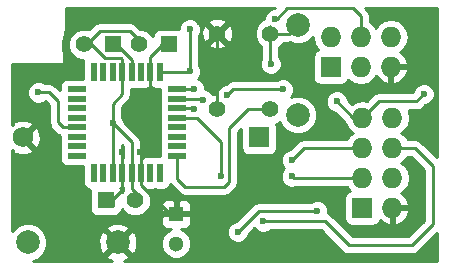
<source format=gbr>
G04 #@! TF.FileFunction,Copper,L1,Top,Signal*
%FSLAX46Y46*%
G04 Gerber Fmt 4.6, Leading zero omitted, Abs format (unit mm)*
G04 Created by KiCad (PCBNEW 4.0.2-4+6225~38~ubuntu14.04.1-stable) date Sun 10 Apr 2016 19:44:50 CEST*
%MOMM*%
G01*
G04 APERTURE LIST*
%ADD10C,0.100000*%
%ADD11R,1.400000X1.400000*%
%ADD12C,1.400000*%
%ADD13R,1.727200X1.727200*%
%ADD14O,1.727200X1.727200*%
%ADD15R,1.300000X1.300000*%
%ADD16C,1.300000*%
%ADD17R,0.550000X1.600000*%
%ADD18R,1.600000X0.550000*%
%ADD19C,1.397000*%
%ADD20C,1.998980*%
%ADD21C,1.727200*%
%ADD22C,0.600000*%
%ADD23C,0.250000*%
%ADD24C,0.254000*%
G04 APERTURE END LIST*
D10*
D11*
X141728000Y-99314000D03*
D12*
X139228000Y-99314000D03*
D11*
X137029000Y-99314000D03*
D12*
X134529000Y-99314000D03*
D11*
X136402000Y-112522000D03*
D12*
X138902000Y-112522000D03*
D13*
X158115000Y-113157000D03*
D14*
X160655000Y-113157000D03*
X158115000Y-110617000D03*
X160655000Y-110617000D03*
X158115000Y-108077000D03*
X160655000Y-108077000D03*
X158115000Y-105537000D03*
X160655000Y-105537000D03*
D15*
X142367000Y-113665000D03*
D16*
X142367000Y-116165000D03*
D17*
X135376000Y-110168000D03*
X136176000Y-110168000D03*
X136976000Y-110168000D03*
X137776000Y-110168000D03*
X138576000Y-110168000D03*
X139376000Y-110168000D03*
X140176000Y-110168000D03*
X140976000Y-110168000D03*
D18*
X142426000Y-108718000D03*
X142426000Y-107918000D03*
X142426000Y-107118000D03*
X142426000Y-106318000D03*
X142426000Y-105518000D03*
X142426000Y-104718000D03*
X142426000Y-103918000D03*
X142426000Y-103118000D03*
D17*
X140976000Y-101668000D03*
X140176000Y-101668000D03*
X139376000Y-101668000D03*
X138576000Y-101668000D03*
X137776000Y-101668000D03*
X136976000Y-101668000D03*
X136176000Y-101668000D03*
X135376000Y-101668000D03*
D18*
X133926000Y-103118000D03*
X133926000Y-103918000D03*
X133926000Y-104718000D03*
X133926000Y-105518000D03*
X133926000Y-106318000D03*
X133926000Y-107118000D03*
X133926000Y-107918000D03*
X133926000Y-108718000D03*
D13*
X155448000Y-101219000D03*
D14*
X155448000Y-98679000D03*
X157988000Y-101219000D03*
X157988000Y-98679000D03*
X160528000Y-101219000D03*
X160528000Y-98679000D03*
D19*
X150322000Y-104810000D03*
X145842000Y-104810000D03*
X150322000Y-98390000D03*
X145842000Y-98390000D03*
D20*
X137414000Y-116078000D03*
X129794000Y-116078000D03*
X152654000Y-105283000D03*
X152654000Y-97663000D03*
D13*
X149374000Y-107188000D03*
D21*
X129374000Y-107188000D03*
D22*
X139319000Y-108458000D03*
X137795000Y-108458000D03*
X136976000Y-105988000D03*
X150368000Y-100965000D03*
X152146000Y-110490000D03*
X146177000Y-110490000D03*
X154305000Y-113411000D03*
X147574000Y-115189000D03*
X143891000Y-104775000D03*
X144653000Y-104013000D03*
X149733000Y-114300000D03*
X146685000Y-103632000D03*
X143891000Y-103124000D03*
X151384000Y-103124000D03*
X155956000Y-104140000D03*
X163322000Y-103505000D03*
X150749000Y-97155000D03*
X143510000Y-98044000D03*
X152146000Y-109093000D03*
X143510000Y-101600000D03*
X130683000Y-103378000D03*
D23*
X145842000Y-104810000D02*
X145842000Y-98390000D01*
X137776000Y-110168000D02*
X137776000Y-108477000D01*
X137776000Y-108477000D02*
X137795000Y-108458000D01*
X139319000Y-108458000D02*
X139376000Y-108458000D01*
X139376000Y-108458000D02*
X139319000Y-108458000D01*
X139319000Y-108458000D02*
X139376000Y-108458000D01*
X139376000Y-110168000D02*
X139376000Y-111182000D01*
X139376000Y-111182000D02*
X141859000Y-113665000D01*
X141859000Y-113665000D02*
X142367000Y-113665000D01*
X141097000Y-99314000D02*
X141097000Y-99441000D01*
X141097000Y-99441000D02*
X140176000Y-100362000D01*
X140176000Y-100362000D02*
X140176000Y-101668000D01*
X140176000Y-101668000D02*
X140176000Y-106966000D01*
X140176000Y-106966000D02*
X139376000Y-107766000D01*
X139376000Y-107766000D02*
X139376000Y-108458000D01*
X139376000Y-108458000D02*
X139376000Y-110168000D01*
X137033000Y-113030000D02*
X137033000Y-112395000D01*
X137033000Y-112395000D02*
X137776000Y-111652000D01*
X137776000Y-111652000D02*
X137776000Y-110168000D01*
X138576000Y-107588000D02*
X136976000Y-105988000D01*
X139097000Y-99314000D02*
X139097000Y-98838000D01*
X139097000Y-98838000D02*
X138430000Y-98171000D01*
X135890000Y-98171000D02*
X135160000Y-98901000D01*
X138430000Y-98171000D02*
X135890000Y-98171000D01*
X135160000Y-98901000D02*
X135160000Y-99314000D01*
X138576000Y-110168000D02*
X138576000Y-107588000D01*
X136976000Y-110168000D02*
X136976000Y-105988000D01*
X136976000Y-105988000D02*
X136976000Y-104324000D01*
X137776000Y-103524000D02*
X137776000Y-101668000D01*
X136976000Y-104324000D02*
X137776000Y-103524000D01*
X137776000Y-101668000D02*
X137776000Y-100565000D01*
X136303000Y-100457000D02*
X135160000Y-99314000D01*
X137668000Y-100457000D02*
X136303000Y-100457000D01*
X137776000Y-100565000D02*
X137668000Y-100457000D01*
X139033000Y-113030000D02*
X139033000Y-111982000D01*
X138576000Y-111525000D02*
X138576000Y-110168000D01*
X139033000Y-111982000D02*
X138576000Y-111525000D01*
X138576000Y-101668000D02*
X138576000Y-100603000D01*
X138576000Y-100603000D02*
X137287000Y-99314000D01*
X137287000Y-99314000D02*
X137160000Y-99314000D01*
X150322000Y-104810000D02*
X148428000Y-104810000D01*
X142426000Y-110676000D02*
X142426000Y-108718000D01*
X143129000Y-111379000D02*
X142426000Y-110676000D01*
X146431000Y-111379000D02*
X143129000Y-111379000D01*
X146812000Y-110998000D02*
X146431000Y-111379000D01*
X146812000Y-106426000D02*
X146812000Y-110998000D01*
X148428000Y-104810000D02*
X146812000Y-106426000D01*
X150322000Y-98390000D02*
X150322000Y-100919000D01*
X150322000Y-100919000D02*
X150368000Y-100965000D01*
X150322000Y-98390000D02*
X151927000Y-98390000D01*
X151927000Y-98390000D02*
X152654000Y-97663000D01*
X150322000Y-97744000D02*
X150322000Y-98390000D01*
X152273000Y-110617000D02*
X158115000Y-110617000D01*
X152146000Y-110490000D02*
X152273000Y-110617000D01*
X142426000Y-105518000D02*
X144126000Y-105518000D01*
X146177000Y-107569000D02*
X146177000Y-110490000D01*
X144126000Y-105518000D02*
X146177000Y-107569000D01*
X142426000Y-104718000D02*
X143834000Y-104718000D01*
X149352000Y-113411000D02*
X154305000Y-113411000D01*
X147574000Y-115189000D02*
X149352000Y-113411000D01*
X143834000Y-104718000D02*
X143891000Y-104775000D01*
X154940000Y-114300000D02*
X149733000Y-114300000D01*
X160655000Y-108077000D02*
X162560000Y-108077000D01*
X164084000Y-109601000D02*
X162560000Y-108077000D01*
X164084000Y-114554000D02*
X164084000Y-109601000D01*
X162306000Y-116332000D02*
X164084000Y-114554000D01*
X156972000Y-116332000D02*
X162306000Y-116332000D01*
X154940000Y-114300000D02*
X156972000Y-116332000D01*
X144558000Y-103918000D02*
X144653000Y-104013000D01*
X144558000Y-103918000D02*
X142426000Y-103918000D01*
X142426000Y-103118000D02*
X143885000Y-103118000D01*
X147193000Y-103124000D02*
X151384000Y-103124000D01*
X146685000Y-103632000D02*
X147193000Y-103124000D01*
X143885000Y-103118000D02*
X143891000Y-103124000D01*
X155956000Y-104140000D02*
X157353000Y-105537000D01*
X157353000Y-105537000D02*
X158115000Y-105537000D01*
X159512000Y-104140000D02*
X158115000Y-105537000D01*
X162687000Y-104140000D02*
X159512000Y-104140000D01*
X163322000Y-103505000D02*
X162687000Y-104140000D01*
X158115000Y-105537000D02*
X157988000Y-105537000D01*
X157353000Y-96266000D02*
X151765000Y-96266000D01*
X157988000Y-96901000D02*
X157353000Y-96266000D01*
X157988000Y-98679000D02*
X157988000Y-96901000D01*
X150876000Y-97155000D02*
X150749000Y-97155000D01*
X151765000Y-96266000D02*
X150876000Y-97155000D01*
X143510000Y-98044000D02*
X143510000Y-101600000D01*
X153162000Y-108077000D02*
X158115000Y-108077000D01*
X152146000Y-109093000D02*
X153162000Y-108077000D01*
X143442000Y-101668000D02*
X140976000Y-101668000D01*
X143510000Y-101600000D02*
X143442000Y-101668000D01*
X130683000Y-103378000D02*
X131572000Y-103378000D01*
X132734000Y-106318000D02*
X133926000Y-106318000D01*
X132334000Y-105918000D02*
X132734000Y-106318000D01*
X132334000Y-104140000D02*
X132334000Y-105918000D01*
X131572000Y-103378000D02*
X132334000Y-104140000D01*
D24*
G36*
X150736210Y-96219988D02*
X150563833Y-96219838D01*
X150220057Y-96361883D01*
X149956808Y-96624673D01*
X149814162Y-96968201D01*
X149813998Y-97157053D01*
X149567620Y-97258854D01*
X149192173Y-97633647D01*
X148988732Y-98123587D01*
X148988269Y-98654086D01*
X149190854Y-99144380D01*
X149562000Y-99516174D01*
X149562000Y-100467926D01*
X149433162Y-100778201D01*
X149432838Y-101150167D01*
X149574883Y-101493943D01*
X149837673Y-101757192D01*
X150181201Y-101899838D01*
X150553167Y-101900162D01*
X150896943Y-101758117D01*
X151160192Y-101495327D01*
X151302838Y-101151799D01*
X151303162Y-100779833D01*
X151161117Y-100436057D01*
X151082000Y-100356802D01*
X151082000Y-99515536D01*
X151448174Y-99150000D01*
X151927000Y-99150000D01*
X151958062Y-99143821D01*
X152327453Y-99297206D01*
X152977694Y-99297774D01*
X153578655Y-99049462D01*
X153949400Y-98679363D01*
X153949400Y-98708359D01*
X154063474Y-99281848D01*
X154374574Y-99747442D01*
X154349083Y-99752238D01*
X154132959Y-99891310D01*
X153987969Y-100103510D01*
X153936960Y-100355400D01*
X153936960Y-102082600D01*
X153981238Y-102317917D01*
X154120310Y-102534041D01*
X154332510Y-102679031D01*
X154584400Y-102730040D01*
X156311600Y-102730040D01*
X156546917Y-102685762D01*
X156763041Y-102546690D01*
X156908031Y-102334490D01*
X156916864Y-102290869D01*
X156928330Y-102308029D01*
X157414511Y-102632885D01*
X157988000Y-102746959D01*
X158561489Y-102632885D01*
X159047670Y-102308029D01*
X159263664Y-101984772D01*
X159321179Y-102107490D01*
X159753053Y-102501688D01*
X160168974Y-102673958D01*
X160401000Y-102552817D01*
X160401000Y-101346000D01*
X160655000Y-101346000D01*
X160655000Y-102552817D01*
X160887026Y-102673958D01*
X161302947Y-102501688D01*
X161734821Y-102107490D01*
X161982968Y-101578027D01*
X161862469Y-101346000D01*
X160655000Y-101346000D01*
X160401000Y-101346000D01*
X160381000Y-101346000D01*
X160381000Y-101092000D01*
X160401000Y-101092000D01*
X160401000Y-101072000D01*
X160655000Y-101072000D01*
X160655000Y-101092000D01*
X161862469Y-101092000D01*
X161982968Y-100859973D01*
X161734821Y-100330510D01*
X161316839Y-99948992D01*
X161587670Y-99768029D01*
X161912526Y-99281848D01*
X162026600Y-98708359D01*
X162026600Y-98649641D01*
X161912526Y-98076152D01*
X161587670Y-97589971D01*
X161101489Y-97265115D01*
X160528000Y-97151041D01*
X159954511Y-97265115D01*
X159468330Y-97589971D01*
X159258000Y-97904752D01*
X159047670Y-97589971D01*
X158748000Y-97389738D01*
X158748000Y-96901000D01*
X158690148Y-96610161D01*
X158525401Y-96363599D01*
X158375802Y-96214000D01*
X164423000Y-96214000D01*
X164423000Y-108865198D01*
X163097401Y-107539599D01*
X162850839Y-107374852D01*
X162560000Y-107317000D01*
X161944262Y-107317000D01*
X161744029Y-107017330D01*
X161429248Y-106807000D01*
X161744029Y-106596670D01*
X162068885Y-106110489D01*
X162182959Y-105537000D01*
X162068885Y-104963511D01*
X162026448Y-104900000D01*
X162687000Y-104900000D01*
X162977839Y-104842148D01*
X163224401Y-104677401D01*
X163461680Y-104440122D01*
X163507167Y-104440162D01*
X163850943Y-104298117D01*
X164114192Y-104035327D01*
X164256838Y-103691799D01*
X164257162Y-103319833D01*
X164115117Y-102976057D01*
X163852327Y-102712808D01*
X163508799Y-102570162D01*
X163136833Y-102569838D01*
X162793057Y-102711883D01*
X162529808Y-102974673D01*
X162387162Y-103318201D01*
X162387121Y-103365077D01*
X162372198Y-103380000D01*
X159512000Y-103380000D01*
X159221160Y-103437852D01*
X158974599Y-103602599D01*
X158473356Y-104103842D01*
X158144359Y-104038400D01*
X158085641Y-104038400D01*
X157512152Y-104152474D01*
X157231081Y-104340279D01*
X156891122Y-104000320D01*
X156891162Y-103954833D01*
X156749117Y-103611057D01*
X156486327Y-103347808D01*
X156142799Y-103205162D01*
X155770833Y-103204838D01*
X155427057Y-103346883D01*
X155163808Y-103609673D01*
X155021162Y-103953201D01*
X155020838Y-104325167D01*
X155162883Y-104668943D01*
X155425673Y-104932192D01*
X155769201Y-105074838D01*
X155816077Y-105074879D01*
X156663728Y-105922530D01*
X156701115Y-106110489D01*
X157025971Y-106596670D01*
X157340752Y-106807000D01*
X157025971Y-107017330D01*
X156825738Y-107317000D01*
X153162000Y-107317000D01*
X152871161Y-107374852D01*
X152624599Y-107539599D01*
X152006320Y-108157878D01*
X151960833Y-108157838D01*
X151617057Y-108299883D01*
X151353808Y-108562673D01*
X151211162Y-108906201D01*
X151210838Y-109278167D01*
X151352883Y-109621943D01*
X151522209Y-109791565D01*
X151353808Y-109959673D01*
X151211162Y-110303201D01*
X151210838Y-110675167D01*
X151352883Y-111018943D01*
X151615673Y-111282192D01*
X151959201Y-111424838D01*
X152331167Y-111425162D01*
X152447728Y-111377000D01*
X156825738Y-111377000D01*
X157025971Y-111676670D01*
X157039642Y-111685805D01*
X157016083Y-111690238D01*
X156799959Y-111829310D01*
X156654969Y-112041510D01*
X156603960Y-112293400D01*
X156603960Y-114020600D01*
X156648238Y-114255917D01*
X156787310Y-114472041D01*
X156999510Y-114617031D01*
X157251400Y-114668040D01*
X158978600Y-114668040D01*
X159213917Y-114623762D01*
X159430041Y-114484690D01*
X159575031Y-114272490D01*
X159594662Y-114175549D01*
X159766510Y-114363821D01*
X160295973Y-114611968D01*
X160528000Y-114491469D01*
X160528000Y-113284000D01*
X160782000Y-113284000D01*
X160782000Y-114491469D01*
X161014027Y-114611968D01*
X161543490Y-114363821D01*
X161937688Y-113931947D01*
X162109958Y-113516026D01*
X161988817Y-113284000D01*
X160782000Y-113284000D01*
X160528000Y-113284000D01*
X160508000Y-113284000D01*
X160508000Y-113030000D01*
X160528000Y-113030000D01*
X160528000Y-113010000D01*
X160782000Y-113010000D01*
X160782000Y-113030000D01*
X161988817Y-113030000D01*
X162109958Y-112797974D01*
X161937688Y-112382053D01*
X161543490Y-111950179D01*
X161420772Y-111892664D01*
X161744029Y-111676670D01*
X162068885Y-111190489D01*
X162182959Y-110617000D01*
X162068885Y-110043511D01*
X161744029Y-109557330D01*
X161429248Y-109347000D01*
X161744029Y-109136670D01*
X161944262Y-108837000D01*
X162245198Y-108837000D01*
X163324000Y-109915802D01*
X163324000Y-114239198D01*
X161991198Y-115572000D01*
X157286802Y-115572000D01*
X155477401Y-113762599D01*
X155237866Y-113602547D01*
X155239838Y-113597799D01*
X155240162Y-113225833D01*
X155098117Y-112882057D01*
X154835327Y-112618808D01*
X154491799Y-112476162D01*
X154119833Y-112475838D01*
X153776057Y-112617883D01*
X153742882Y-112651000D01*
X149352000Y-112651000D01*
X149061161Y-112708852D01*
X148814599Y-112873599D01*
X147434320Y-114253878D01*
X147388833Y-114253838D01*
X147045057Y-114395883D01*
X146781808Y-114658673D01*
X146639162Y-115002201D01*
X146638838Y-115374167D01*
X146780883Y-115717943D01*
X147043673Y-115981192D01*
X147387201Y-116123838D01*
X147759167Y-116124162D01*
X148102943Y-115982117D01*
X148366192Y-115719327D01*
X148508838Y-115375799D01*
X148508879Y-115328923D01*
X148974341Y-114863461D01*
X149202673Y-115092192D01*
X149546201Y-115234838D01*
X149918167Y-115235162D01*
X150261943Y-115093117D01*
X150295118Y-115060000D01*
X154625198Y-115060000D01*
X156434599Y-116869401D01*
X156681161Y-117034148D01*
X156972000Y-117092000D01*
X162306000Y-117092000D01*
X162596839Y-117034148D01*
X162843401Y-116869401D01*
X164423000Y-115289802D01*
X164423000Y-117654000D01*
X137908840Y-117654000D01*
X138287958Y-117496965D01*
X138386557Y-117230163D01*
X137414000Y-116257605D01*
X136441443Y-117230163D01*
X136540042Y-117496965D01*
X136962762Y-117654000D01*
X130259938Y-117654000D01*
X130718655Y-117464462D01*
X131178846Y-117005073D01*
X131428206Y-116404547D01*
X131428722Y-115813582D01*
X135768599Y-115813582D01*
X135792659Y-116463377D01*
X135995035Y-116951958D01*
X136261837Y-117050557D01*
X137234395Y-116078000D01*
X137593605Y-116078000D01*
X138566163Y-117050557D01*
X138832965Y-116951958D01*
X139030773Y-116419481D01*
X141081777Y-116419481D01*
X141276995Y-116891943D01*
X141638155Y-117253735D01*
X142110276Y-117449777D01*
X142621481Y-117450223D01*
X143093943Y-117255005D01*
X143455735Y-116893845D01*
X143651777Y-116421724D01*
X143652223Y-115910519D01*
X143457005Y-115438057D01*
X143095845Y-115076265D01*
X142791765Y-114950000D01*
X143143310Y-114950000D01*
X143376699Y-114853327D01*
X143555327Y-114674698D01*
X143652000Y-114441309D01*
X143652000Y-113950750D01*
X143493250Y-113792000D01*
X142494000Y-113792000D01*
X142494000Y-113812000D01*
X142240000Y-113812000D01*
X142240000Y-113792000D01*
X141240750Y-113792000D01*
X141082000Y-113950750D01*
X141082000Y-114441309D01*
X141178673Y-114674698D01*
X141357301Y-114853327D01*
X141590690Y-114950000D01*
X141942567Y-114950000D01*
X141640057Y-115074995D01*
X141278265Y-115436155D01*
X141082223Y-115908276D01*
X141081777Y-116419481D01*
X139030773Y-116419481D01*
X139059401Y-116342418D01*
X139035341Y-115692623D01*
X138832965Y-115204042D01*
X138566163Y-115105443D01*
X137593605Y-116078000D01*
X137234395Y-116078000D01*
X136261837Y-115105443D01*
X135995035Y-115204042D01*
X135768599Y-115813582D01*
X131428722Y-115813582D01*
X131428774Y-115754306D01*
X131180462Y-115153345D01*
X130953351Y-114925837D01*
X136441443Y-114925837D01*
X137414000Y-115898395D01*
X138386557Y-114925837D01*
X138287958Y-114659035D01*
X137678418Y-114432599D01*
X137028623Y-114456659D01*
X136540042Y-114659035D01*
X136441443Y-114925837D01*
X130953351Y-114925837D01*
X130721073Y-114693154D01*
X130120547Y-114443794D01*
X129470306Y-114443226D01*
X128869345Y-114691538D01*
X128472000Y-115088191D01*
X128472000Y-108269608D01*
X128499801Y-108241807D01*
X128581741Y-108494516D01*
X129142030Y-108698248D01*
X129737635Y-108672058D01*
X130166259Y-108494516D01*
X130248200Y-108241805D01*
X129374000Y-107367605D01*
X129359858Y-107381748D01*
X129180253Y-107202143D01*
X129194395Y-107188000D01*
X129553605Y-107188000D01*
X130427805Y-108062200D01*
X130680516Y-107980259D01*
X130884248Y-107419970D01*
X130858058Y-106824365D01*
X130680516Y-106395741D01*
X130427805Y-106313800D01*
X129553605Y-107188000D01*
X129194395Y-107188000D01*
X129180253Y-107173858D01*
X129359858Y-106994253D01*
X129374000Y-107008395D01*
X130248200Y-106134195D01*
X130166259Y-105881484D01*
X129605970Y-105677752D01*
X129010365Y-105703942D01*
X128581741Y-105881484D01*
X128499801Y-106134193D01*
X128472000Y-106106392D01*
X128472000Y-103563167D01*
X129747838Y-103563167D01*
X129889883Y-103906943D01*
X130152673Y-104170192D01*
X130496201Y-104312838D01*
X130868167Y-104313162D01*
X131211943Y-104171117D01*
X131245118Y-104138000D01*
X131257198Y-104138000D01*
X131574000Y-104454802D01*
X131574000Y-105918000D01*
X131631852Y-106208839D01*
X131796599Y-106455401D01*
X132196599Y-106855401D01*
X132443160Y-107020148D01*
X132478560Y-107027189D01*
X132478560Y-107393000D01*
X132502944Y-107522589D01*
X132478560Y-107643000D01*
X132478560Y-108193000D01*
X132502944Y-108322589D01*
X132478560Y-108443000D01*
X132478560Y-108993000D01*
X132522838Y-109228317D01*
X132661910Y-109444441D01*
X132874110Y-109589431D01*
X133126000Y-109640440D01*
X134453560Y-109640440D01*
X134453560Y-110968000D01*
X134497838Y-111203317D01*
X134636910Y-111419441D01*
X134849110Y-111564431D01*
X135096571Y-111614543D01*
X135054560Y-111822000D01*
X135054560Y-113222000D01*
X135098838Y-113457317D01*
X135237910Y-113673441D01*
X135450110Y-113818431D01*
X135702000Y-113869440D01*
X137102000Y-113869440D01*
X137337317Y-113825162D01*
X137553441Y-113686090D01*
X137698431Y-113473890D01*
X137748559Y-113226350D01*
X137769582Y-113277229D01*
X138144796Y-113653098D01*
X138635287Y-113856768D01*
X139166383Y-113857231D01*
X139657229Y-113654418D01*
X140033098Y-113279204D01*
X140195253Y-112888691D01*
X141082000Y-112888691D01*
X141082000Y-113379250D01*
X141240750Y-113538000D01*
X142240000Y-113538000D01*
X142240000Y-112538750D01*
X142494000Y-112538750D01*
X142494000Y-113538000D01*
X143493250Y-113538000D01*
X143652000Y-113379250D01*
X143652000Y-112888691D01*
X143555327Y-112655302D01*
X143376699Y-112476673D01*
X143143310Y-112380000D01*
X142652750Y-112380000D01*
X142494000Y-112538750D01*
X142240000Y-112538750D01*
X142081250Y-112380000D01*
X141590690Y-112380000D01*
X141357301Y-112476673D01*
X141178673Y-112655302D01*
X141082000Y-112888691D01*
X140195253Y-112888691D01*
X140236768Y-112788713D01*
X140237231Y-112257617D01*
X140034418Y-111766771D01*
X139878879Y-111610960D01*
X139901000Y-111615440D01*
X140451000Y-111615440D01*
X140580589Y-111591056D01*
X140701000Y-111615440D01*
X141251000Y-111615440D01*
X141486317Y-111571162D01*
X141702441Y-111432090D01*
X141847431Y-111219890D01*
X141858014Y-111167628D01*
X141888599Y-111213401D01*
X142591599Y-111916401D01*
X142838161Y-112081148D01*
X143129000Y-112139000D01*
X146431000Y-112139000D01*
X146721839Y-112081148D01*
X146968401Y-111916401D01*
X147349401Y-111535401D01*
X147514148Y-111288840D01*
X147572000Y-110998000D01*
X147572000Y-106740802D01*
X147862960Y-106449842D01*
X147862960Y-108051600D01*
X147907238Y-108286917D01*
X148046310Y-108503041D01*
X148258510Y-108648031D01*
X148510400Y-108699040D01*
X150237600Y-108699040D01*
X150472917Y-108654762D01*
X150689041Y-108515690D01*
X150834031Y-108303490D01*
X150885040Y-108051600D01*
X150885040Y-106324400D01*
X150840762Y-106089083D01*
X150815050Y-106049125D01*
X151076380Y-105941146D01*
X151133754Y-105883872D01*
X151267538Y-106207655D01*
X151726927Y-106667846D01*
X152327453Y-106917206D01*
X152977694Y-106917774D01*
X153578655Y-106669462D01*
X154038846Y-106210073D01*
X154288206Y-105609547D01*
X154288774Y-104959306D01*
X154040462Y-104358345D01*
X153581073Y-103898154D01*
X152980547Y-103648794D01*
X152330306Y-103648226D01*
X152077780Y-103752568D01*
X152176192Y-103654327D01*
X152318838Y-103310799D01*
X152319162Y-102938833D01*
X152177117Y-102595057D01*
X151914327Y-102331808D01*
X151570799Y-102189162D01*
X151198833Y-102188838D01*
X150855057Y-102330883D01*
X150821882Y-102364000D01*
X147193000Y-102364000D01*
X146902161Y-102421852D01*
X146680684Y-102569838D01*
X146655599Y-102586599D01*
X146545320Y-102696878D01*
X146499833Y-102696838D01*
X146156057Y-102838883D01*
X145892808Y-103101673D01*
X145750162Y-103445201D01*
X145750132Y-103479523D01*
X145504801Y-103492852D01*
X145457796Y-103512322D01*
X145446117Y-103484057D01*
X145183327Y-103220808D01*
X144839799Y-103078162D01*
X144826041Y-103078150D01*
X144826162Y-102938833D01*
X144684117Y-102595057D01*
X144421327Y-102331808D01*
X144194649Y-102237683D01*
X144302192Y-102130327D01*
X144444838Y-101786799D01*
X144445162Y-101414833D01*
X144303117Y-101071057D01*
X144270000Y-101037882D01*
X144270000Y-99324188D01*
X145087417Y-99324188D01*
X145149071Y-99559800D01*
X145649480Y-99735927D01*
X146179199Y-99707148D01*
X146534929Y-99559800D01*
X146596583Y-99324188D01*
X145842000Y-98569605D01*
X145087417Y-99324188D01*
X144270000Y-99324188D01*
X144270000Y-98606463D01*
X144302192Y-98574327D01*
X144444838Y-98230799D01*
X144444867Y-98197480D01*
X144496073Y-98197480D01*
X144524852Y-98727199D01*
X144672200Y-99082929D01*
X144907812Y-99144583D01*
X145662395Y-98390000D01*
X146021605Y-98390000D01*
X146776188Y-99144583D01*
X147011800Y-99082929D01*
X147187927Y-98582520D01*
X147159148Y-98052801D01*
X147011800Y-97697071D01*
X146776188Y-97635417D01*
X146021605Y-98390000D01*
X145662395Y-98390000D01*
X144907812Y-97635417D01*
X144672200Y-97697071D01*
X144496073Y-98197480D01*
X144444867Y-98197480D01*
X144445162Y-97858833D01*
X144303117Y-97515057D01*
X144243976Y-97455812D01*
X145087417Y-97455812D01*
X145842000Y-98210395D01*
X146596583Y-97455812D01*
X146534929Y-97220200D01*
X146034520Y-97044073D01*
X145504801Y-97072852D01*
X145149071Y-97220200D01*
X145087417Y-97455812D01*
X144243976Y-97455812D01*
X144040327Y-97251808D01*
X143696799Y-97109162D01*
X143324833Y-97108838D01*
X142981057Y-97250883D01*
X142717808Y-97513673D01*
X142575162Y-97857201D01*
X142575041Y-97996337D01*
X142428000Y-97966560D01*
X141028000Y-97966560D01*
X140792683Y-98010838D01*
X140576559Y-98149910D01*
X140431569Y-98362110D01*
X140381441Y-98609650D01*
X140360418Y-98558771D01*
X139985204Y-98182902D01*
X139494713Y-97979232D01*
X139312875Y-97979073D01*
X138967401Y-97633599D01*
X138720839Y-97468852D01*
X138430000Y-97411000D01*
X135890000Y-97411000D01*
X135599161Y-97468852D01*
X135352599Y-97633599D01*
X134944983Y-98041215D01*
X134795713Y-97979232D01*
X134264617Y-97978769D01*
X133773771Y-98181582D01*
X133397902Y-98556796D01*
X133194232Y-99047287D01*
X133193769Y-99578383D01*
X133396582Y-100069229D01*
X133771796Y-100445098D01*
X134262287Y-100648768D01*
X134497914Y-100648973D01*
X134453560Y-100868000D01*
X134453560Y-102195560D01*
X133126000Y-102195560D01*
X132890683Y-102239838D01*
X132674559Y-102378910D01*
X132529569Y-102591110D01*
X132478560Y-102843000D01*
X132478560Y-103209758D01*
X132109401Y-102840599D01*
X131862839Y-102675852D01*
X131572000Y-102618000D01*
X131245463Y-102618000D01*
X131213327Y-102585808D01*
X130869799Y-102443162D01*
X130497833Y-102442838D01*
X130154057Y-102584883D01*
X129890808Y-102847673D01*
X129748162Y-103191201D01*
X129747838Y-103563167D01*
X128472000Y-103563167D01*
X128472000Y-100965000D01*
X132715000Y-100965000D01*
X132764410Y-100954994D01*
X132806035Y-100926553D01*
X132833315Y-100884159D01*
X132841954Y-100834569D01*
X132791300Y-98960365D01*
X132851055Y-98816103D01*
X132856347Y-98803328D01*
X133030358Y-97928513D01*
X133030358Y-97858584D01*
X133044000Y-97790000D01*
X133044000Y-96264205D01*
X145796210Y-96214000D01*
X150742198Y-96214000D01*
X150736210Y-96219988D01*
X150736210Y-96219988D01*
G37*
X150736210Y-96219988D02*
X150563833Y-96219838D01*
X150220057Y-96361883D01*
X149956808Y-96624673D01*
X149814162Y-96968201D01*
X149813998Y-97157053D01*
X149567620Y-97258854D01*
X149192173Y-97633647D01*
X148988732Y-98123587D01*
X148988269Y-98654086D01*
X149190854Y-99144380D01*
X149562000Y-99516174D01*
X149562000Y-100467926D01*
X149433162Y-100778201D01*
X149432838Y-101150167D01*
X149574883Y-101493943D01*
X149837673Y-101757192D01*
X150181201Y-101899838D01*
X150553167Y-101900162D01*
X150896943Y-101758117D01*
X151160192Y-101495327D01*
X151302838Y-101151799D01*
X151303162Y-100779833D01*
X151161117Y-100436057D01*
X151082000Y-100356802D01*
X151082000Y-99515536D01*
X151448174Y-99150000D01*
X151927000Y-99150000D01*
X151958062Y-99143821D01*
X152327453Y-99297206D01*
X152977694Y-99297774D01*
X153578655Y-99049462D01*
X153949400Y-98679363D01*
X153949400Y-98708359D01*
X154063474Y-99281848D01*
X154374574Y-99747442D01*
X154349083Y-99752238D01*
X154132959Y-99891310D01*
X153987969Y-100103510D01*
X153936960Y-100355400D01*
X153936960Y-102082600D01*
X153981238Y-102317917D01*
X154120310Y-102534041D01*
X154332510Y-102679031D01*
X154584400Y-102730040D01*
X156311600Y-102730040D01*
X156546917Y-102685762D01*
X156763041Y-102546690D01*
X156908031Y-102334490D01*
X156916864Y-102290869D01*
X156928330Y-102308029D01*
X157414511Y-102632885D01*
X157988000Y-102746959D01*
X158561489Y-102632885D01*
X159047670Y-102308029D01*
X159263664Y-101984772D01*
X159321179Y-102107490D01*
X159753053Y-102501688D01*
X160168974Y-102673958D01*
X160401000Y-102552817D01*
X160401000Y-101346000D01*
X160655000Y-101346000D01*
X160655000Y-102552817D01*
X160887026Y-102673958D01*
X161302947Y-102501688D01*
X161734821Y-102107490D01*
X161982968Y-101578027D01*
X161862469Y-101346000D01*
X160655000Y-101346000D01*
X160401000Y-101346000D01*
X160381000Y-101346000D01*
X160381000Y-101092000D01*
X160401000Y-101092000D01*
X160401000Y-101072000D01*
X160655000Y-101072000D01*
X160655000Y-101092000D01*
X161862469Y-101092000D01*
X161982968Y-100859973D01*
X161734821Y-100330510D01*
X161316839Y-99948992D01*
X161587670Y-99768029D01*
X161912526Y-99281848D01*
X162026600Y-98708359D01*
X162026600Y-98649641D01*
X161912526Y-98076152D01*
X161587670Y-97589971D01*
X161101489Y-97265115D01*
X160528000Y-97151041D01*
X159954511Y-97265115D01*
X159468330Y-97589971D01*
X159258000Y-97904752D01*
X159047670Y-97589971D01*
X158748000Y-97389738D01*
X158748000Y-96901000D01*
X158690148Y-96610161D01*
X158525401Y-96363599D01*
X158375802Y-96214000D01*
X164423000Y-96214000D01*
X164423000Y-108865198D01*
X163097401Y-107539599D01*
X162850839Y-107374852D01*
X162560000Y-107317000D01*
X161944262Y-107317000D01*
X161744029Y-107017330D01*
X161429248Y-106807000D01*
X161744029Y-106596670D01*
X162068885Y-106110489D01*
X162182959Y-105537000D01*
X162068885Y-104963511D01*
X162026448Y-104900000D01*
X162687000Y-104900000D01*
X162977839Y-104842148D01*
X163224401Y-104677401D01*
X163461680Y-104440122D01*
X163507167Y-104440162D01*
X163850943Y-104298117D01*
X164114192Y-104035327D01*
X164256838Y-103691799D01*
X164257162Y-103319833D01*
X164115117Y-102976057D01*
X163852327Y-102712808D01*
X163508799Y-102570162D01*
X163136833Y-102569838D01*
X162793057Y-102711883D01*
X162529808Y-102974673D01*
X162387162Y-103318201D01*
X162387121Y-103365077D01*
X162372198Y-103380000D01*
X159512000Y-103380000D01*
X159221160Y-103437852D01*
X158974599Y-103602599D01*
X158473356Y-104103842D01*
X158144359Y-104038400D01*
X158085641Y-104038400D01*
X157512152Y-104152474D01*
X157231081Y-104340279D01*
X156891122Y-104000320D01*
X156891162Y-103954833D01*
X156749117Y-103611057D01*
X156486327Y-103347808D01*
X156142799Y-103205162D01*
X155770833Y-103204838D01*
X155427057Y-103346883D01*
X155163808Y-103609673D01*
X155021162Y-103953201D01*
X155020838Y-104325167D01*
X155162883Y-104668943D01*
X155425673Y-104932192D01*
X155769201Y-105074838D01*
X155816077Y-105074879D01*
X156663728Y-105922530D01*
X156701115Y-106110489D01*
X157025971Y-106596670D01*
X157340752Y-106807000D01*
X157025971Y-107017330D01*
X156825738Y-107317000D01*
X153162000Y-107317000D01*
X152871161Y-107374852D01*
X152624599Y-107539599D01*
X152006320Y-108157878D01*
X151960833Y-108157838D01*
X151617057Y-108299883D01*
X151353808Y-108562673D01*
X151211162Y-108906201D01*
X151210838Y-109278167D01*
X151352883Y-109621943D01*
X151522209Y-109791565D01*
X151353808Y-109959673D01*
X151211162Y-110303201D01*
X151210838Y-110675167D01*
X151352883Y-111018943D01*
X151615673Y-111282192D01*
X151959201Y-111424838D01*
X152331167Y-111425162D01*
X152447728Y-111377000D01*
X156825738Y-111377000D01*
X157025971Y-111676670D01*
X157039642Y-111685805D01*
X157016083Y-111690238D01*
X156799959Y-111829310D01*
X156654969Y-112041510D01*
X156603960Y-112293400D01*
X156603960Y-114020600D01*
X156648238Y-114255917D01*
X156787310Y-114472041D01*
X156999510Y-114617031D01*
X157251400Y-114668040D01*
X158978600Y-114668040D01*
X159213917Y-114623762D01*
X159430041Y-114484690D01*
X159575031Y-114272490D01*
X159594662Y-114175549D01*
X159766510Y-114363821D01*
X160295973Y-114611968D01*
X160528000Y-114491469D01*
X160528000Y-113284000D01*
X160782000Y-113284000D01*
X160782000Y-114491469D01*
X161014027Y-114611968D01*
X161543490Y-114363821D01*
X161937688Y-113931947D01*
X162109958Y-113516026D01*
X161988817Y-113284000D01*
X160782000Y-113284000D01*
X160528000Y-113284000D01*
X160508000Y-113284000D01*
X160508000Y-113030000D01*
X160528000Y-113030000D01*
X160528000Y-113010000D01*
X160782000Y-113010000D01*
X160782000Y-113030000D01*
X161988817Y-113030000D01*
X162109958Y-112797974D01*
X161937688Y-112382053D01*
X161543490Y-111950179D01*
X161420772Y-111892664D01*
X161744029Y-111676670D01*
X162068885Y-111190489D01*
X162182959Y-110617000D01*
X162068885Y-110043511D01*
X161744029Y-109557330D01*
X161429248Y-109347000D01*
X161744029Y-109136670D01*
X161944262Y-108837000D01*
X162245198Y-108837000D01*
X163324000Y-109915802D01*
X163324000Y-114239198D01*
X161991198Y-115572000D01*
X157286802Y-115572000D01*
X155477401Y-113762599D01*
X155237866Y-113602547D01*
X155239838Y-113597799D01*
X155240162Y-113225833D01*
X155098117Y-112882057D01*
X154835327Y-112618808D01*
X154491799Y-112476162D01*
X154119833Y-112475838D01*
X153776057Y-112617883D01*
X153742882Y-112651000D01*
X149352000Y-112651000D01*
X149061161Y-112708852D01*
X148814599Y-112873599D01*
X147434320Y-114253878D01*
X147388833Y-114253838D01*
X147045057Y-114395883D01*
X146781808Y-114658673D01*
X146639162Y-115002201D01*
X146638838Y-115374167D01*
X146780883Y-115717943D01*
X147043673Y-115981192D01*
X147387201Y-116123838D01*
X147759167Y-116124162D01*
X148102943Y-115982117D01*
X148366192Y-115719327D01*
X148508838Y-115375799D01*
X148508879Y-115328923D01*
X148974341Y-114863461D01*
X149202673Y-115092192D01*
X149546201Y-115234838D01*
X149918167Y-115235162D01*
X150261943Y-115093117D01*
X150295118Y-115060000D01*
X154625198Y-115060000D01*
X156434599Y-116869401D01*
X156681161Y-117034148D01*
X156972000Y-117092000D01*
X162306000Y-117092000D01*
X162596839Y-117034148D01*
X162843401Y-116869401D01*
X164423000Y-115289802D01*
X164423000Y-117654000D01*
X137908840Y-117654000D01*
X138287958Y-117496965D01*
X138386557Y-117230163D01*
X137414000Y-116257605D01*
X136441443Y-117230163D01*
X136540042Y-117496965D01*
X136962762Y-117654000D01*
X130259938Y-117654000D01*
X130718655Y-117464462D01*
X131178846Y-117005073D01*
X131428206Y-116404547D01*
X131428722Y-115813582D01*
X135768599Y-115813582D01*
X135792659Y-116463377D01*
X135995035Y-116951958D01*
X136261837Y-117050557D01*
X137234395Y-116078000D01*
X137593605Y-116078000D01*
X138566163Y-117050557D01*
X138832965Y-116951958D01*
X139030773Y-116419481D01*
X141081777Y-116419481D01*
X141276995Y-116891943D01*
X141638155Y-117253735D01*
X142110276Y-117449777D01*
X142621481Y-117450223D01*
X143093943Y-117255005D01*
X143455735Y-116893845D01*
X143651777Y-116421724D01*
X143652223Y-115910519D01*
X143457005Y-115438057D01*
X143095845Y-115076265D01*
X142791765Y-114950000D01*
X143143310Y-114950000D01*
X143376699Y-114853327D01*
X143555327Y-114674698D01*
X143652000Y-114441309D01*
X143652000Y-113950750D01*
X143493250Y-113792000D01*
X142494000Y-113792000D01*
X142494000Y-113812000D01*
X142240000Y-113812000D01*
X142240000Y-113792000D01*
X141240750Y-113792000D01*
X141082000Y-113950750D01*
X141082000Y-114441309D01*
X141178673Y-114674698D01*
X141357301Y-114853327D01*
X141590690Y-114950000D01*
X141942567Y-114950000D01*
X141640057Y-115074995D01*
X141278265Y-115436155D01*
X141082223Y-115908276D01*
X141081777Y-116419481D01*
X139030773Y-116419481D01*
X139059401Y-116342418D01*
X139035341Y-115692623D01*
X138832965Y-115204042D01*
X138566163Y-115105443D01*
X137593605Y-116078000D01*
X137234395Y-116078000D01*
X136261837Y-115105443D01*
X135995035Y-115204042D01*
X135768599Y-115813582D01*
X131428722Y-115813582D01*
X131428774Y-115754306D01*
X131180462Y-115153345D01*
X130953351Y-114925837D01*
X136441443Y-114925837D01*
X137414000Y-115898395D01*
X138386557Y-114925837D01*
X138287958Y-114659035D01*
X137678418Y-114432599D01*
X137028623Y-114456659D01*
X136540042Y-114659035D01*
X136441443Y-114925837D01*
X130953351Y-114925837D01*
X130721073Y-114693154D01*
X130120547Y-114443794D01*
X129470306Y-114443226D01*
X128869345Y-114691538D01*
X128472000Y-115088191D01*
X128472000Y-108269608D01*
X128499801Y-108241807D01*
X128581741Y-108494516D01*
X129142030Y-108698248D01*
X129737635Y-108672058D01*
X130166259Y-108494516D01*
X130248200Y-108241805D01*
X129374000Y-107367605D01*
X129359858Y-107381748D01*
X129180253Y-107202143D01*
X129194395Y-107188000D01*
X129553605Y-107188000D01*
X130427805Y-108062200D01*
X130680516Y-107980259D01*
X130884248Y-107419970D01*
X130858058Y-106824365D01*
X130680516Y-106395741D01*
X130427805Y-106313800D01*
X129553605Y-107188000D01*
X129194395Y-107188000D01*
X129180253Y-107173858D01*
X129359858Y-106994253D01*
X129374000Y-107008395D01*
X130248200Y-106134195D01*
X130166259Y-105881484D01*
X129605970Y-105677752D01*
X129010365Y-105703942D01*
X128581741Y-105881484D01*
X128499801Y-106134193D01*
X128472000Y-106106392D01*
X128472000Y-103563167D01*
X129747838Y-103563167D01*
X129889883Y-103906943D01*
X130152673Y-104170192D01*
X130496201Y-104312838D01*
X130868167Y-104313162D01*
X131211943Y-104171117D01*
X131245118Y-104138000D01*
X131257198Y-104138000D01*
X131574000Y-104454802D01*
X131574000Y-105918000D01*
X131631852Y-106208839D01*
X131796599Y-106455401D01*
X132196599Y-106855401D01*
X132443160Y-107020148D01*
X132478560Y-107027189D01*
X132478560Y-107393000D01*
X132502944Y-107522589D01*
X132478560Y-107643000D01*
X132478560Y-108193000D01*
X132502944Y-108322589D01*
X132478560Y-108443000D01*
X132478560Y-108993000D01*
X132522838Y-109228317D01*
X132661910Y-109444441D01*
X132874110Y-109589431D01*
X133126000Y-109640440D01*
X134453560Y-109640440D01*
X134453560Y-110968000D01*
X134497838Y-111203317D01*
X134636910Y-111419441D01*
X134849110Y-111564431D01*
X135096571Y-111614543D01*
X135054560Y-111822000D01*
X135054560Y-113222000D01*
X135098838Y-113457317D01*
X135237910Y-113673441D01*
X135450110Y-113818431D01*
X135702000Y-113869440D01*
X137102000Y-113869440D01*
X137337317Y-113825162D01*
X137553441Y-113686090D01*
X137698431Y-113473890D01*
X137748559Y-113226350D01*
X137769582Y-113277229D01*
X138144796Y-113653098D01*
X138635287Y-113856768D01*
X139166383Y-113857231D01*
X139657229Y-113654418D01*
X140033098Y-113279204D01*
X140195253Y-112888691D01*
X141082000Y-112888691D01*
X141082000Y-113379250D01*
X141240750Y-113538000D01*
X142240000Y-113538000D01*
X142240000Y-112538750D01*
X142494000Y-112538750D01*
X142494000Y-113538000D01*
X143493250Y-113538000D01*
X143652000Y-113379250D01*
X143652000Y-112888691D01*
X143555327Y-112655302D01*
X143376699Y-112476673D01*
X143143310Y-112380000D01*
X142652750Y-112380000D01*
X142494000Y-112538750D01*
X142240000Y-112538750D01*
X142081250Y-112380000D01*
X141590690Y-112380000D01*
X141357301Y-112476673D01*
X141178673Y-112655302D01*
X141082000Y-112888691D01*
X140195253Y-112888691D01*
X140236768Y-112788713D01*
X140237231Y-112257617D01*
X140034418Y-111766771D01*
X139878879Y-111610960D01*
X139901000Y-111615440D01*
X140451000Y-111615440D01*
X140580589Y-111591056D01*
X140701000Y-111615440D01*
X141251000Y-111615440D01*
X141486317Y-111571162D01*
X141702441Y-111432090D01*
X141847431Y-111219890D01*
X141858014Y-111167628D01*
X141888599Y-111213401D01*
X142591599Y-111916401D01*
X142838161Y-112081148D01*
X143129000Y-112139000D01*
X146431000Y-112139000D01*
X146721839Y-112081148D01*
X146968401Y-111916401D01*
X147349401Y-111535401D01*
X147514148Y-111288840D01*
X147572000Y-110998000D01*
X147572000Y-106740802D01*
X147862960Y-106449842D01*
X147862960Y-108051600D01*
X147907238Y-108286917D01*
X148046310Y-108503041D01*
X148258510Y-108648031D01*
X148510400Y-108699040D01*
X150237600Y-108699040D01*
X150472917Y-108654762D01*
X150689041Y-108515690D01*
X150834031Y-108303490D01*
X150885040Y-108051600D01*
X150885040Y-106324400D01*
X150840762Y-106089083D01*
X150815050Y-106049125D01*
X151076380Y-105941146D01*
X151133754Y-105883872D01*
X151267538Y-106207655D01*
X151726927Y-106667846D01*
X152327453Y-106917206D01*
X152977694Y-106917774D01*
X153578655Y-106669462D01*
X154038846Y-106210073D01*
X154288206Y-105609547D01*
X154288774Y-104959306D01*
X154040462Y-104358345D01*
X153581073Y-103898154D01*
X152980547Y-103648794D01*
X152330306Y-103648226D01*
X152077780Y-103752568D01*
X152176192Y-103654327D01*
X152318838Y-103310799D01*
X152319162Y-102938833D01*
X152177117Y-102595057D01*
X151914327Y-102331808D01*
X151570799Y-102189162D01*
X151198833Y-102188838D01*
X150855057Y-102330883D01*
X150821882Y-102364000D01*
X147193000Y-102364000D01*
X146902161Y-102421852D01*
X146680684Y-102569838D01*
X146655599Y-102586599D01*
X146545320Y-102696878D01*
X146499833Y-102696838D01*
X146156057Y-102838883D01*
X145892808Y-103101673D01*
X145750162Y-103445201D01*
X145750132Y-103479523D01*
X145504801Y-103492852D01*
X145457796Y-103512322D01*
X145446117Y-103484057D01*
X145183327Y-103220808D01*
X144839799Y-103078162D01*
X144826041Y-103078150D01*
X144826162Y-102938833D01*
X144684117Y-102595057D01*
X144421327Y-102331808D01*
X144194649Y-102237683D01*
X144302192Y-102130327D01*
X144444838Y-101786799D01*
X144445162Y-101414833D01*
X144303117Y-101071057D01*
X144270000Y-101037882D01*
X144270000Y-99324188D01*
X145087417Y-99324188D01*
X145149071Y-99559800D01*
X145649480Y-99735927D01*
X146179199Y-99707148D01*
X146534929Y-99559800D01*
X146596583Y-99324188D01*
X145842000Y-98569605D01*
X145087417Y-99324188D01*
X144270000Y-99324188D01*
X144270000Y-98606463D01*
X144302192Y-98574327D01*
X144444838Y-98230799D01*
X144444867Y-98197480D01*
X144496073Y-98197480D01*
X144524852Y-98727199D01*
X144672200Y-99082929D01*
X144907812Y-99144583D01*
X145662395Y-98390000D01*
X146021605Y-98390000D01*
X146776188Y-99144583D01*
X147011800Y-99082929D01*
X147187927Y-98582520D01*
X147159148Y-98052801D01*
X147011800Y-97697071D01*
X146776188Y-97635417D01*
X146021605Y-98390000D01*
X145662395Y-98390000D01*
X144907812Y-97635417D01*
X144672200Y-97697071D01*
X144496073Y-98197480D01*
X144444867Y-98197480D01*
X144445162Y-97858833D01*
X144303117Y-97515057D01*
X144243976Y-97455812D01*
X145087417Y-97455812D01*
X145842000Y-98210395D01*
X146596583Y-97455812D01*
X146534929Y-97220200D01*
X146034520Y-97044073D01*
X145504801Y-97072852D01*
X145149071Y-97220200D01*
X145087417Y-97455812D01*
X144243976Y-97455812D01*
X144040327Y-97251808D01*
X143696799Y-97109162D01*
X143324833Y-97108838D01*
X142981057Y-97250883D01*
X142717808Y-97513673D01*
X142575162Y-97857201D01*
X142575041Y-97996337D01*
X142428000Y-97966560D01*
X141028000Y-97966560D01*
X140792683Y-98010838D01*
X140576559Y-98149910D01*
X140431569Y-98362110D01*
X140381441Y-98609650D01*
X140360418Y-98558771D01*
X139985204Y-98182902D01*
X139494713Y-97979232D01*
X139312875Y-97979073D01*
X138967401Y-97633599D01*
X138720839Y-97468852D01*
X138430000Y-97411000D01*
X135890000Y-97411000D01*
X135599161Y-97468852D01*
X135352599Y-97633599D01*
X134944983Y-98041215D01*
X134795713Y-97979232D01*
X134264617Y-97978769D01*
X133773771Y-98181582D01*
X133397902Y-98556796D01*
X133194232Y-99047287D01*
X133193769Y-99578383D01*
X133396582Y-100069229D01*
X133771796Y-100445098D01*
X134262287Y-100648768D01*
X134497914Y-100648973D01*
X134453560Y-100868000D01*
X134453560Y-102195560D01*
X133126000Y-102195560D01*
X132890683Y-102239838D01*
X132674559Y-102378910D01*
X132529569Y-102591110D01*
X132478560Y-102843000D01*
X132478560Y-103209758D01*
X132109401Y-102840599D01*
X131862839Y-102675852D01*
X131572000Y-102618000D01*
X131245463Y-102618000D01*
X131213327Y-102585808D01*
X130869799Y-102443162D01*
X130497833Y-102442838D01*
X130154057Y-102584883D01*
X129890808Y-102847673D01*
X129748162Y-103191201D01*
X129747838Y-103563167D01*
X128472000Y-103563167D01*
X128472000Y-100965000D01*
X132715000Y-100965000D01*
X132764410Y-100954994D01*
X132806035Y-100926553D01*
X132833315Y-100884159D01*
X132841954Y-100834569D01*
X132791300Y-98960365D01*
X132851055Y-98816103D01*
X132856347Y-98803328D01*
X133030358Y-97928513D01*
X133030358Y-97858584D01*
X133044000Y-97790000D01*
X133044000Y-96264205D01*
X145796210Y-96214000D01*
X150742198Y-96214000D01*
X150736210Y-96219988D01*
G36*
X137816000Y-111386946D02*
X137816000Y-111525000D01*
X137848325Y-111687508D01*
X137770902Y-111764796D01*
X137748726Y-111818203D01*
X137705162Y-111586683D01*
X137634017Y-111476120D01*
X137702441Y-111432090D01*
X137775884Y-111324603D01*
X137816000Y-111386946D01*
X137816000Y-111386946D01*
G37*
X137816000Y-111386946D02*
X137816000Y-111525000D01*
X137848325Y-111687508D01*
X137770902Y-111764796D01*
X137748726Y-111818203D01*
X137705162Y-111586683D01*
X137634017Y-111476120D01*
X137702441Y-111432090D01*
X137775884Y-111324603D01*
X137816000Y-111386946D01*
G36*
X140236910Y-102919441D02*
X140367245Y-103008495D01*
X140461750Y-103103000D01*
X140577310Y-103103000D01*
X140597753Y-103094532D01*
X140701000Y-103115440D01*
X140978560Y-103115440D01*
X140978560Y-103393000D01*
X141002944Y-103522589D01*
X140978560Y-103643000D01*
X140978560Y-104193000D01*
X141002944Y-104322589D01*
X140978560Y-104443000D01*
X140978560Y-104993000D01*
X141002944Y-105122589D01*
X140978560Y-105243000D01*
X140978560Y-105793000D01*
X141002944Y-105922589D01*
X140978560Y-106043000D01*
X140978560Y-106593000D01*
X141002944Y-106722589D01*
X140978560Y-106843000D01*
X140978560Y-107393000D01*
X141002944Y-107522589D01*
X140978560Y-107643000D01*
X140978560Y-108193000D01*
X141002944Y-108322589D01*
X140978560Y-108443000D01*
X140978560Y-108720560D01*
X140701000Y-108720560D01*
X140571411Y-108744944D01*
X140451000Y-108720560D01*
X139901000Y-108720560D01*
X139795295Y-108740450D01*
X139777310Y-108733000D01*
X139661750Y-108733000D01*
X139565349Y-108829401D01*
X139449559Y-108903910D01*
X139376116Y-109011397D01*
X139336000Y-108949054D01*
X139336000Y-107588000D01*
X139278148Y-107297161D01*
X139113401Y-107050599D01*
X137911122Y-105848320D01*
X137911162Y-105802833D01*
X137769117Y-105459057D01*
X137736000Y-105425882D01*
X137736000Y-104638802D01*
X138313401Y-104061401D01*
X138478148Y-103814839D01*
X138536000Y-103524000D01*
X138536000Y-103115440D01*
X138851000Y-103115440D01*
X138980589Y-103091056D01*
X139101000Y-103115440D01*
X139651000Y-103115440D01*
X139756705Y-103095550D01*
X139774690Y-103103000D01*
X139890250Y-103103000D01*
X139986651Y-103006599D01*
X140102441Y-102932090D01*
X140175884Y-102824603D01*
X140236910Y-102919441D01*
X140236910Y-102919441D01*
G37*
X140236910Y-102919441D02*
X140367245Y-103008495D01*
X140461750Y-103103000D01*
X140577310Y-103103000D01*
X140597753Y-103094532D01*
X140701000Y-103115440D01*
X140978560Y-103115440D01*
X140978560Y-103393000D01*
X141002944Y-103522589D01*
X140978560Y-103643000D01*
X140978560Y-104193000D01*
X141002944Y-104322589D01*
X140978560Y-104443000D01*
X140978560Y-104993000D01*
X141002944Y-105122589D01*
X140978560Y-105243000D01*
X140978560Y-105793000D01*
X141002944Y-105922589D01*
X140978560Y-106043000D01*
X140978560Y-106593000D01*
X141002944Y-106722589D01*
X140978560Y-106843000D01*
X140978560Y-107393000D01*
X141002944Y-107522589D01*
X140978560Y-107643000D01*
X140978560Y-108193000D01*
X141002944Y-108322589D01*
X140978560Y-108443000D01*
X140978560Y-108720560D01*
X140701000Y-108720560D01*
X140571411Y-108744944D01*
X140451000Y-108720560D01*
X139901000Y-108720560D01*
X139795295Y-108740450D01*
X139777310Y-108733000D01*
X139661750Y-108733000D01*
X139565349Y-108829401D01*
X139449559Y-108903910D01*
X139376116Y-109011397D01*
X139336000Y-108949054D01*
X139336000Y-107588000D01*
X139278148Y-107297161D01*
X139113401Y-107050599D01*
X137911122Y-105848320D01*
X137911162Y-105802833D01*
X137769117Y-105459057D01*
X137736000Y-105425882D01*
X137736000Y-104638802D01*
X138313401Y-104061401D01*
X138478148Y-103814839D01*
X138536000Y-103524000D01*
X138536000Y-103115440D01*
X138851000Y-103115440D01*
X138980589Y-103091056D01*
X139101000Y-103115440D01*
X139651000Y-103115440D01*
X139756705Y-103095550D01*
X139774690Y-103103000D01*
X139890250Y-103103000D01*
X139986651Y-103006599D01*
X140102441Y-102932090D01*
X140175884Y-102824603D01*
X140236910Y-102919441D01*
G36*
X137816000Y-107902802D02*
X137816000Y-108953025D01*
X137776116Y-109011397D01*
X137736000Y-108949054D01*
X137736000Y-107822802D01*
X137816000Y-107902802D01*
X137816000Y-107902802D01*
G37*
X137816000Y-107902802D02*
X137816000Y-108953025D01*
X137776116Y-109011397D01*
X137736000Y-108949054D01*
X137736000Y-107822802D01*
X137816000Y-107902802D01*
G36*
X146035748Y-104795858D02*
X146021605Y-104810000D01*
X146035748Y-104824143D01*
X145856143Y-105003748D01*
X145842000Y-104989605D01*
X145827858Y-105003748D01*
X145648253Y-104824143D01*
X145662395Y-104810000D01*
X145648253Y-104795858D01*
X145827858Y-104616253D01*
X145842000Y-104630395D01*
X145856143Y-104616253D01*
X146035748Y-104795858D01*
X146035748Y-104795858D01*
G37*
X146035748Y-104795858D02*
X146021605Y-104810000D01*
X146035748Y-104824143D01*
X145856143Y-105003748D01*
X145842000Y-104989605D01*
X145827858Y-105003748D01*
X145648253Y-104824143D01*
X145662395Y-104810000D01*
X145648253Y-104795858D01*
X145827858Y-104616253D01*
X145842000Y-104630395D01*
X145856143Y-104616253D01*
X146035748Y-104795858D01*
M02*

</source>
